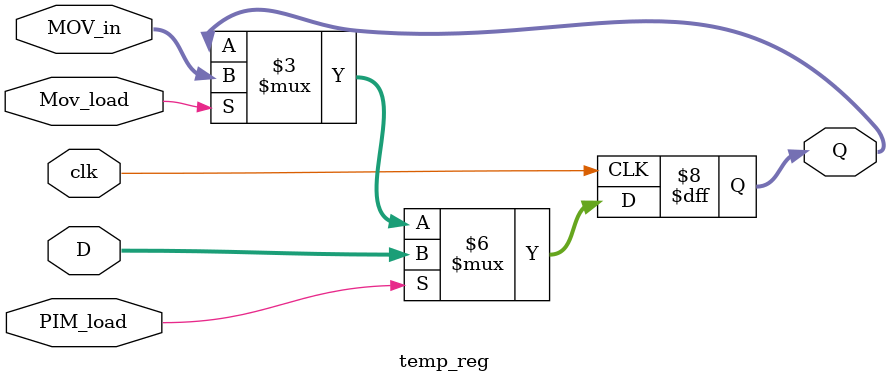
<source format=sv>
`timescale 1ns / 1ps


module temp_reg #(parameter N = 10)
(   input       [N-1:0]   D,
    input       [N-1:0]   MOV_in,
    input                 clk,
    input                 PIM_load,
    input                 Mov_load,
    output reg  [N-1:0]   Q);  
     
 
 always @(posedge clk)
 begin      
          if (PIM_load) 
              begin       
                 Q <=  D; 
              end
          else if(Mov_load)
              begin
                 Q <= MOV_in;
              end
          else 
              begin
                 Q <= Q;
              end   
        end      
 endmodule 
</source>
